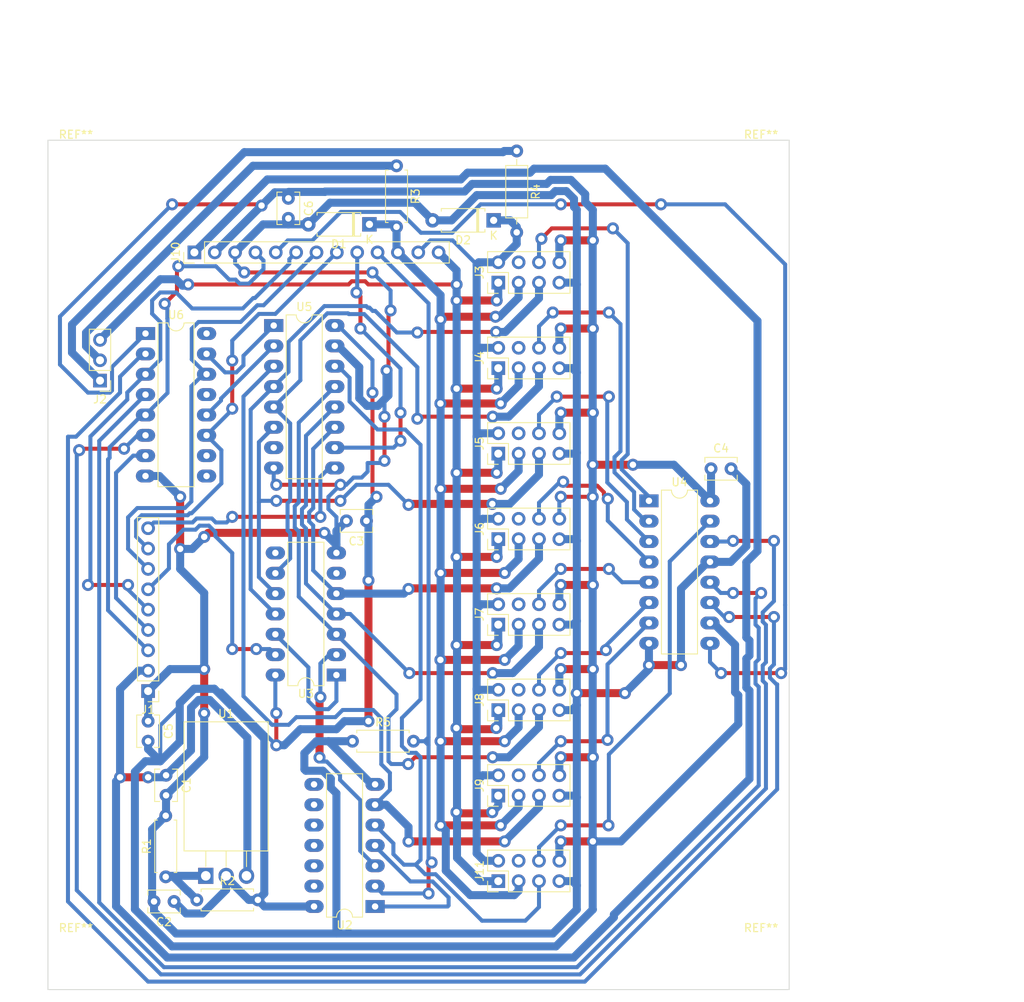
<source format=kicad_pcb>
(kicad_pcb (version 20211014) (generator pcbnew)

  (general
    (thickness 1.6)
  )

  (paper "A4")
  (layers
    (0 "F.Cu" signal)
    (31 "B.Cu" signal)
    (32 "B.Adhes" user "B.Adhesive")
    (33 "F.Adhes" user "F.Adhesive")
    (34 "B.Paste" user)
    (35 "F.Paste" user)
    (36 "B.SilkS" user "B.Silkscreen")
    (37 "F.SilkS" user "F.Silkscreen")
    (38 "B.Mask" user)
    (39 "F.Mask" user)
    (40 "Dwgs.User" user "User.Drawings")
    (41 "Cmts.User" user "User.Comments")
    (42 "Eco1.User" user "User.Eco1")
    (43 "Eco2.User" user "User.Eco2")
    (44 "Edge.Cuts" user)
    (45 "Margin" user)
    (46 "B.CrtYd" user "B.Courtyard")
    (47 "F.CrtYd" user "F.Courtyard")
    (48 "B.Fab" user)
    (49 "F.Fab" user)
    (50 "User.1" user)
    (51 "User.2" user)
    (52 "User.3" user)
    (53 "User.4" user)
    (54 "User.5" user)
    (55 "User.6" user)
    (56 "User.7" user)
    (57 "User.8" user)
    (58 "User.9" user)
  )

  (setup
    (stackup
      (layer "F.SilkS" (type "Top Silk Screen"))
      (layer "F.Paste" (type "Top Solder Paste"))
      (layer "F.Mask" (type "Top Solder Mask") (thickness 0.01))
      (layer "F.Cu" (type "copper") (thickness 0.035))
      (layer "dielectric 1" (type "core") (thickness 1.51) (material "FR4") (epsilon_r 4.5) (loss_tangent 0.02))
      (layer "B.Cu" (type "copper") (thickness 0.035))
      (layer "B.Mask" (type "Bottom Solder Mask") (thickness 0.01))
      (layer "B.Paste" (type "Bottom Solder Paste"))
      (layer "B.SilkS" (type "Bottom Silk Screen"))
      (copper_finish "None")
      (dielectric_constraints no)
    )
    (pad_to_mask_clearance 0)
    (pcbplotparams
      (layerselection 0x0001000_fffffffe)
      (disableapertmacros false)
      (usegerberextensions false)
      (usegerberattributes true)
      (usegerberadvancedattributes true)
      (creategerberjobfile true)
      (svguseinch false)
      (svgprecision 6)
      (excludeedgelayer true)
      (plotframeref false)
      (viasonmask false)
      (mode 1)
      (useauxorigin false)
      (hpglpennumber 1)
      (hpglpenspeed 20)
      (hpglpendiameter 15.000000)
      (dxfpolygonmode true)
      (dxfimperialunits true)
      (dxfusepcbnewfont true)
      (psnegative false)
      (psa4output false)
      (plotreference true)
      (plotvalue true)
      (plotinvisibletext false)
      (sketchpadsonfab false)
      (subtractmaskfromsilk false)
      (outputformat 1)
      (mirror false)
      (drillshape 0)
      (scaleselection 1)
      (outputdirectory "plot/")
    )
  )

  (net 0 "")
  (net 1 "+12V")
  (net 2 "GND")
  (net 3 "+3V3")
  (net 4 "SCK")
  (net 5 "MOSI")
  (net 6 "RCLK")
  (net 7 "SER")
  (net 8 "IRQ")
  (net 9 "MISO")
  (net 10 "unconnected-(J3-Pad4)")
  (net 11 "IRQ0")
  (net 12 "CE0")
  (net 13 "unconnected-(J4-Pad4)")
  (net 14 "IRQ1")
  (net 15 "CE1")
  (net 16 "unconnected-(J5-Pad4)")
  (net 17 "IRQ2")
  (net 18 "CE2")
  (net 19 "unconnected-(J6-Pad4)")
  (net 20 "IRQ3")
  (net 21 "CE3")
  (net 22 "unconnected-(J7-Pad4)")
  (net 23 "IRQ4")
  (net 24 "CE4")
  (net 25 "unconnected-(J8-Pad4)")
  (net 26 "IRQ5")
  (net 27 "CE5")
  (net 28 "unconnected-(J9-Pad4)")
  (net 29 "IRQ6")
  (net 30 "CE6")
  (net 31 "Net-(R1-Pad1)")
  (net 32 "Net-(U3-Pad1)")
  (net 33 "SRCLK")
  (net 34 "unconnected-(U5-Pad7)")
  (net 35 "Net-(U4-Pad11)")
  (net 36 "Net-(U4-Pad12)")
  (net 37 "Net-(U4-Pad14)")
  (net 38 "Net-(U5-Pad1)")
  (net 39 "CP")
  (net 40 "PL")
  (net 41 "SERO")
  (net 42 "IRQIN")
  (net 43 "unconnected-(J11-Pad4)")
  (net 44 "IRQ7")
  (net 45 "CE7")
  (net 46 "Net-(U2-Pad1)")
  (net 47 "Net-(U5-Pad2)")
  (net 48 "Net-(U2-Pad3)")
  (net 49 "Net-(R4-Pad1)")
  (net 50 "Net-(R3-Pad1)")
  (net 51 "DS")
  (net 52 "QH")

  (footprint "MountingHole:MountingHole_3.2mm_M3" (layer "F.Cu") (at 138.5 141.5))

  (footprint "MountingHole:MountingHole_3.2mm_M3" (layer "F.Cu") (at 224 141.5))

  (footprint "Capacitor_THT:C_Disc_D3.8mm_W2.6mm_P2.50mm" (layer "F.Cu") (at 165 46.25 -90))

  (footprint "Capacitor_THT:C_Disc_D3.8mm_W2.6mm_P2.50mm" (layer "F.Cu") (at 150.739511 134.000489 180))

  (footprint "Capacitor_THT:C_Disc_D3.8mm_W2.6mm_P2.50mm" (layer "F.Cu") (at 174.75 86.5 180))

  (footprint "Diode_THT:D_A-405_P7.62mm_Horizontal" (layer "F.Cu") (at 190.62 49 180))

  (footprint "Connector_PinHeader_2.54mm:PinHeader_2x04_P2.54mm_Vertical" (layer "F.Cu") (at 191.2 67.444285 90))

  (footprint "Package_DIP:DIP-16_W7.62mm_LongPads" (layer "F.Cu") (at 147.175 63.125))

  (footprint "Connector_PinHeader_2.54mm:PinHeader_2x04_P2.54mm_Vertical" (layer "F.Cu") (at 191.2 88.782855 90))

  (footprint "Capacitor_THT:C_Disc_D3.8mm_W2.6mm_P2.50mm" (layer "F.Cu") (at 147.5 111.5 -90))

  (footprint "Diode_THT:D_A-405_P7.62mm_Horizontal" (layer "F.Cu") (at 175.12 49.5 180))

  (footprint "Package_DIP:DIP-14_W7.62mm_LongPads" (layer "F.Cu") (at 175.825 134.625 180))

  (footprint "Capacitor_THT:C_Disc_D3.8mm_W2.6mm_P2.50mm" (layer "F.Cu") (at 149.739511 118.250489 -90))

  (footprint "Resistor_THT:R_Axial_DIN0207_L6.3mm_D2.5mm_P7.62mm_Horizontal" (layer "F.Cu") (at 173 114))

  (footprint "Connector_PinHeader_2.54mm:PinHeader_2x04_P2.54mm_Vertical" (layer "F.Cu") (at 191.2 110.121425 90))

  (footprint "Connector_PinHeader_2.54mm:PinHeader_2x04_P2.54mm_Vertical" (layer "F.Cu") (at 191.2 131.46 90))

  (footprint "Resistor_THT:R_Axial_DIN0207_L6.3mm_D2.5mm_P7.62mm_Horizontal" (layer "F.Cu") (at 149.699511 130.920489 90))

  (footprint "Capacitor_THT:C_Disc_D3.8mm_W2.6mm_P2.50mm" (layer "F.Cu") (at 217.75 80))

  (footprint "Connector_PinHeader_2.54mm:PinHeader_2x04_P2.54mm_Vertical" (layer "F.Cu") (at 191.2 120.79071 90))

  (footprint "Connector_PinHeader_2.54mm:PinHeader_2x04_P2.54mm_Vertical" (layer "F.Cu") (at 191.2 78.11357 90))

  (footprint "Connector_PinHeader_2.54mm:PinHeader_1x03_P2.54mm_Vertical" (layer "F.Cu") (at 141.5 69 180))

  (footprint "Resistor_THT:R_Axial_DIN0207_L6.3mm_D2.5mm_P10.16mm_Horizontal" (layer "F.Cu") (at 193.5 40.34 -90))

  (footprint "Package_TO_SOT_THT:TO-220F-3_Horizontal_TabDown" (layer "F.Cu") (at 154.699511 130.800489))

  (footprint "Connector_PinHeader_2.54mm:PinHeader_2x04_P2.54mm_Vertical" (layer "F.Cu") (at 191.2 56.775 90))

  (footprint "Connector_PinHeader_2.54mm:PinHeader_1x13_P2.54mm_Vertical" (layer "F.Cu") (at 153.275 53 90))

  (footprint "Connector_PinHeader_2.54mm:PinHeader_1x09_P2.54mm_Vertical" (layer "F.Cu") (at 147.5 107.74 180))

  (footprint "Package_DIP:DIP-16_W7.62mm_LongPads" (layer "F.Cu") (at 163.175 62.125))

  (footprint "MountingHole:MountingHole_3.2mm_M3" (layer "F.Cu") (at 224 42.5))

  (footprint "Resistor_THT:R_Axial_DIN0207_L6.3mm_D2.5mm_P7.62mm_Horizontal" (layer "F.Cu") (at 178.5 42.19 -90))

  (footprint "Package_DIP:DIP-14_W7.62mm_LongPads" (layer "F.Cu") (at 171 105.74 180))

  (footprint "Package_DIP:DIP-16_W7.62mm_LongPads" (layer "F.Cu") (at 210 84))

  (footprint "Connector_PinHeader_2.54mm:PinHeader_2x04_P2.54mm_Vertical" (layer "F.Cu") (at 191.2 99.45214 90))

  (footprint "Resistor_THT:R_Axial_DIN0207_L6.3mm_D2.5mm_P7.62mm_Horizontal" (layer "F.Cu") (at 153.579511 133.800489))

  (footprint "MountingHole:MountingHole_3.2mm_M3" (layer "F.Cu") (at 138.5 42.5))

  (gr_line (start 149 42.5) (end 149 100) (layer "Cmts.User") (width 0.15) (tstamp bb6590cf-559c-460d-a19a-06167cf57fbd))
  (gr_line (start 227.5 39) (end 135 39) (layer "Edge.Cuts") (width 0.1) (tstamp 205a0787-3dab-45ec-bfb4-c1ba8132f338))
  (gr_line (start 135 145) (end 227.5 145) (layer "Edge.Cuts") (width 0.1) (tstamp 362c028b-07ce-4e5a-ba1c-d1556d283606))
  (gr_line (start 227.5 145) (end 227.5 39) (layer "Edge.Cuts") (width 0.1) (tstamp d33b1a66-cb28-4d32-ae25-cd61852b2a8d))
  (gr_line (start 135 39) (end 135 145) (layer "Edge.Cuts") (width 0.1) (tstamp e2fb0a9b-b18a-4376-952b-a714d1926918))
  (dimension (type aligned) (layer "Cmts.User") (tstamp 123c662a-ddab-4cfd-a2de-59a698b01d23)
    (pts (xy 224 42.5) (xy 224 39.05))
    (height 29.5)
    (gr_text "3.4500 mm" (at 252.35 40.775 90) (layer "Cmts.User") (tstamp 2effbe26-8c10-4d8c-86f4-40ee7d8a6192)
      (effects (font (size 1 1) (thickness 0.15)))
    )
    (format (units 3) (units_format 1) (precision 4))
    (style (thickness 0.15) (arrow_length 1.27) (text_position_mode 0) (extension_height 0.58642) (extension_offset 0.5) keep_text_aligned)
  )
  (dimension (type aligned) (layer "Cmts.User") (tstamp 1faa30ae-e585-486a-96ea-74aa29d3d82d)
    (pts (xy 224 42.5) (xy 149 42.5))
    (height 8.5)
    (gr_text "75.0000 mm" (at 186.5 32.85) (layer "Cmts.User") (tstamp e9503c58-161d-407c-b46b-6e8f2877e45c)
      (effects (font (size 1 1) (thickness 0.15)))
    )
    (format (units 3) (units_format 1) (precision 4))
    (style (thickness 0.15) (arrow_length 1.27) (text_position_mode 0) (extension_height 0.58642) (extension_offset 0.5) keep_text_aligned)
  )
  (dimension (type aligned) (layer "Cmts.User") (tstamp 426cff2e-4878-47da-b951-8f09261439d8)
    (pts (xy 135 39) (xy 227.5 39))
    (height -14.5)
    (gr_text "92.5000 mm" (at 181.25 23.35) (layer "Cmts.User") (tstamp 426cff2e-4878-47da-b951-8f09261439d8)
      (effects (font (size 1 1) (thickness 0.15)))
    )
    (format (units 3) (units_format 1) (precision 4))
    (style (thickness 0.15) (arrow_length 1.27) (text_position_mode 0) (extension_height 0.58642) (extension_offset 0.5) keep_text_aligned)
  )
  (dimension (type aligned) (layer "Cmts.User") (tstamp 46195f87-c21a-447e-8f04-e27a12bea673)
    (pts (xy 220.55 42.5) (xy 227.2 42.5))
    (height -19)
    (gr_text "6.6500 mm" (at 223.875 22.35) (layer "Cmts.User") (tstamp ecc778b0-44d3-45d1-8cbb-0df28d4487d0)
      (effects (font (size 1 1) (thickness 0.15)))
    )
    (format (units 3) (units_format 1) (precision 4))
    (style (thickness 0.15) (arrow_length 1.27) (text_position_mode 0) (extension_height 0.58642) (extension_offset 0.5) keep_text_aligned)
  )
  (dimension (type aligned) (layer "Cmts.User") (tstamp 6f62927a-ad11-4796-85ad-140241fa6701)
    (pts (xy 224 141.5) (xy 224 42.5))
    (height 18)
    (gr_text "99.0000 mm" (at 240.85 92 90) (layer "Cmts.User") (tstamp 4206776b-a21a-42be-96c5-a3905c3b073f)
      (effects (font (size 1 1) (thickness 0.15)))
    )
    (format (units 3) (units_format 1) (precision 4))
    (style (thickness 0.15) (arrow_length 1.27) (text_position_mode 0) (extension_height 0.58642) (extension_offset 0.5) keep_text_aligned)
  )
  (dimension (type aligned) (layer "Cmts.User") (tstamp a81a418e-43fd-4305-bb49-8463bc666f4f)
    (pts (xy 138.5 42.5) (xy 224 42.5))
    (height -14)
    (gr_text "85.5000 mm" (at 181.25 27.35) (layer "Cmts.User") (tstamp 561663fa-f82a-4a1a-a33a-272b6f7b08b7)
      (effects (font (size 1 1) (thickness 0.15)))
    )
    (format (units 3) (units_format 1) (precision 4))
    (style (thickness 0.15) (arrow_length 1.27) (text_position_mode 0) (extension_height 0.58642) (extension_offset 0.5) keep_text_aligned)
  )
  (dimension (type aligned) (layer "Cmts.User") (tstamp d27f9bbb-d2fb-43d9-83a2-0e72dbeec1a6)
    (pts (xy 227.5 145) (xy 227.5 39))
    (height 21.5)
    (gr_text "106.0000 mm" (at 247.85 92 90) (layer "Cmts.User") (tstamp d27f9bbb-d2fb-43d9-83a2-0e72dbeec1a6)
      (effects (font (size 1 1) (thickness 0.15)))
    )
    (format (units 3) (units_format 1) (precision 4))
    (style (thickness 0.15) (arrow_length 1.27) (text_position_mode 0) (extension_height 0.58642) (extension_offset 0.5) keep_text_aligned)
  )

  (segment (start 144 118.5) (end 147.5 118.5) (width 1) (layer "F.Cu") (net 1) (tstamp 8abf06ee-9104-401e-b4b3-6cd170b8bb97))
  (via (at 147.5 118.5) (size 1.5) (drill 0.8) (layers "F.Cu" "B.Cu") (net 1) (tstamp 62c76433-c473-4a1d-aeac-13e386925728))
  (via (at 144 118.5) (size 1.5) (drill 0.8) (layers "F.Cu" "B.Cu") (net 1) (tstamp 6c52c6c7-b8b4-4de9-98e0-51bd0b665383))
  (segment (start 144 107.497919) (end 144 118.5) (width 1) (layer "B.Cu") (net 1) (tstamp 001b2fd7-b972-4153-be0b-146506c3957d))
  (segment (start 223.549012 90.262943) (end 222.149501 91.662454) (width 1) (layer "B.Cu") (net 1) (tstamp 0cfc9237-ec10-4514-a708-37c79632ded5))
  (segment (start 187.364464 43.051467) (end 195.157369 43.051467) (width 1) (layer "B.Cu") (net 1) (tstamp 1fad75c3-35c7-41ad-aa7e-668dd66da354))
  (segment (start 205.624354 135.977892) (end 200.602246 141) (width 1) (layer "B.Cu") (net 1) (tstamp 227a50a6-d731-4a83-9ab2-8c5991a0c161))
  (segment (start 204.551477 42.551477) (end 223.549012 61.549012) (width 1) (layer "B.Cu") (net 1) (tstamp 2503e7b4-d7a6-4f9e-a07e-f892ddf20fcb))
  (segment (start 200.602246 141) (end 149.897754 141) (width 1) (layer "B.Cu") (net 1) (tstamp 321dee2b-3852-4d17-b516-29fdd6b096d0))
  (segment (start 186.526419 43.889511) (end 187.364464 43.051467) (width 1) (layer "B.Cu") (net 1) (tstamp 3ee63b3b-564f-48d4-8a87-715174b0c7a3))
  (segment (start 222.151967 107.301015) (end 222.549022 107.69807) (width 1) (layer "B.Cu") (net 1) (tstamp 45725f69-71c1-4ac0-8891-4f5861815e94))
  (segment (start 153.816753 108.850499) (end 155.183247 108.850499) (width 1) (layer "B.Cu") (net 1) (tstamp 4979cdee-5106-4b9c-895e-aeffddd9de68))
  (segment (start 159.889032 113.556284) (end 159.889032 130.690968) (width 1) (layer "B.Cu") (net 1) (tstamp 5a89eb51-f5fb-426b-bb57-e91ef47a4df6))
  (segment (start 222.549022 118.699686) (end 205.624354 135.624354) (width 1) (layer "B.Cu") (net 1) (tstamp 699674ba-fc74-49b8-9378-816595ab081f))
  (segment (start 162.385489 43.889511) (end 186.526419 43.889511) (width 1) (layer "B.Cu") (net 1) (tstamp 6ce929e4-64ce-4a75-b6ca-032feed31025))
  (segment (start 149.49 118.5) (end 149.739511 118.250489) (width 1) (layer "B.Cu") (net 1) (tstamp 71a72237-9920-4dfd-ad3d-6d5b045f8eec))
  (segment (start 222.151967 103.698985) (end 222.151967 107.301015) (width 1) (layer "B.Cu") (net 1) (tstamp 7b4caffa-10b7-4487-ad77-ce95d48802a9))
  (segment (start 143.5 134.602246) (end 143.5 119) (width 1) (layer "B.Cu") (net 1) (tstamp 7e466518-fb86-42c6-99c8-3ed2aa7b03c4))
  (segment (start 222.149501 101.044639) (end 222.549022 101.444161) (width 1) (layer "B.Cu") (net 1) (tstamp 7f5a3df4-27e9-43f7-a108-77787760be5c))
  (segment (start 147.5 105.2) (end 146.297919 105.2) (width 1) (layer "B.Cu") (net 1) (tstamp 8aac4662-fba1-457c-8227-10921abcaffb))
  (segment (start 147.5 118.5) (end 149.49 118.5) (width 1) (layer "B.Cu") (net 1) (tstamp 905636ef-8337-42e7-907a-389267f69714))
  (segment (start 146.297919 105.2) (end 144 107.497919) (width 1) (layer "B.Cu") (net 1) (tstamp 910ac0cd-7fc5-4483-92f9-5925eae940af))
  (segment (start 205.624354 135.624354) (end 205.624354 135.977892) (width 1) (layer "B.Cu") (net 1) (tstamp 93c4feba-9c05-467f-9c66-acc83e4aaa8b))
  (segment (start 152.850499 115.139501) (end 152.850499 109.816753) (width 1) (layer "B.Cu") (net 1) (tstamp 98245522-2741-4743-a913-175f64b65924))
  (segment (start 222.549022 107.69807) (end 222.549022 118.699686) (width 1) (layer "B.Cu") (net 1) (tstamp 9b9a0ad4-7105-40c4-b50c-7c3f80e41fd2))
  (segment (start 143.5 119) (end 144 118.5) (width 1) (layer "B.Cu") (net 1) (tstamp ada7e53f-2dc1-4d9d-943c-f0282a99e337))
  (segment (start 223.549012 61.549012) (end 223.549012 90.262943) (width 1) (layer "B.Cu") (net 1) (tstamp b70262ac-cb36-4e02-a2ab-405b5f971321))
  (segment (start 155.183247 108.850499) (end 159.889032 113.556284) (width 1) (layer "B.Cu") (net 1) (tstamp b83a5805-9712-450a-af28-83b883638cde))
  (segment (start 149.739511 118.250489) (end 152.850499 115.139501) (width 1) (layer "B.Cu") (net 1) (tstamp bdd547b5-f494-4be4-bc20-b79a5ce01c76))
  (segment (start 222.549022 103.30193) (end 222.151967 103.698985) (width 1) (layer "B.Cu") (net 1) (tstamp c4e19974-f7d9-4f40-814d-17bb34af1fe7))
  (segment (start 153.275 53) (end 162.385489 43.889511) (width 1) (layer "B.Cu") (net 1) (tstamp cad424a9-1013-4ce0-a0b9-3bae2840e097))
  (segment (start 195.157369 43.051467) (end 195.657359 42.551477) (width 1) (layer "B.Cu") (net 1) (tstamp d36d78ca-7b71-41b1-84e5-b71851dfc4bb))
  (segment (start 222.149501 91.662454) (end 222.149501 101.044639) (width 1) (layer "B.Cu") (net 1) (tstamp d9851be8-0787-4511-aa56-63ce18af6c21))
  (segment (start 222.549022 101.444161) (end 222.549022 103.30193) (width 1) (layer "B.Cu") (net 1) (tstamp e867eacd-42b5-4281-9a03-bb7b89f81f12))
  (segment (start 152.850499 109.816753) (end 153.816753 108.850499) (width 1) (layer "B.Cu") (net 1) (tstamp ecd5b09a-e90b-4399-8798-28314ed13f58))
  (segment (start 149.897754 141) (end 143.5 134.602246) (width 1) (layer "B.Cu") (net 1) (tstamp ef764d63-6698-4a91-be1c-6b64e61f43eb))
  (segment (start 195.657359 42.551477) (end 204.551477 42.551477) (width 1) (layer "B.Cu") (net 1) (tstamp f242d660-bba8-4033-b0c1-6ce1c8057721))
  (segment (start 207 108) (end 201 108) (width 1) (layer "F.Cu") (net 2) (tstamp 01e633da-6ba7-4990-a769-314498f56050))
  (segment (start 177.5 60.5) (end 177.5 67.5) (width 0.5) (layer "F.Cu") (net 2) (tstamp 100c0140-681c-4584-a971-8564e43d9b24))
  (segment (start 177 79) (end 177 73.5) (width 0.5) (layer "F.Cu") (net 2) (tstamp 2b695bda-b981-447a-858e-e3ce02329f1d))
  (segment (start 169.5 88) (end 155 88) (width 1) (layer "F.Cu") (net 2) (tstamp 34c61dc2-e7b2-434c-8ab1-6ffeacee570c))
  (segment (start 154.5 110.5) (end 154.5 105) (width 1) (layer "F.Cu") (net 2) (tstamp 6e428ba1-8010-4814-b4be-268843889c56))
  (segment (start 163.5 82) (end 171.5 82) (width 0.5) (layer "F.Cu") (net 2) (tstamp 764ec1ef-cf4a-4447-b2d9-5fa8d3d632f1))
  (segment (start 151.5 90) (end 151.5 83.5) (width 1) (layer "F.Cu") (net 2) (tstamp 81ca20b2-3f56-4b5b-aa26-43ef51978710))
  (segment (start 159.5 55.5) (end 175.5 55.5) (width 0.5) (layer "F.Cu") (net 2) (tstamp 8da6ee31-0715-4827-8775-956a8c36261d))
  (segment (start 155 88) (end 154.5 88.5) (width 1) (layer "F.Cu") (net 2) (tstamp 925ff0f5-7205-43a1-85ad-492aacd5b8c9))
  (segment (start 177.5 67.5) (end 177.260404 67.739596) (width 0.5) (layer "F.Cu") (net 2) (tstamp d62c70e6-8a4e-4bbb-9c7e-46579c163122))
  (segment (start 177.761696 60.238304) (end 177.5 60.5) (width 0.5) (layer "F.Cu") (net 2) (tstamp d94eba0e-fd9d-40b5-a0bc-3db859b79602))
  (segment (start 214 104.5) (end 210 104.5) (width 1) (layer "F.Cu") (net 2) (tstamp f24646e4-84ed-4c30-b78f-30951c8139cf))
  (via (at 154.5 88.5) (size 1.5) (drill 0.8) (layers "F.Cu" "B.Cu") (net 2) (tstamp 067f3ffa-7db2-4bb6-93b7-690f051a5e6d))
  (via (at 207 108) (size 1.5) (drill 0.8) (layers "F.Cu" "B.Cu") (net 2) (tstamp 24a953a5-7148-4c1c-a771-e46c2d0d8992))
  (via (at 201 108) (size 1.5) (drill 0.8) (layers "F.Cu" "B.Cu") (net 2) (tstamp 2a10e643-a2e7-48cf-ae42-73a9f6b17b1f))
  (via (at 154.5 110.5) (size 1.5) (drill 0.8) (layers "F.Cu" "B.Cu") (net 2) (tstamp 2c9f7b3e-1b6b-4036-bf3d-74664f2efdb3))
  (via (at 159.5 55.5) (size 1.5) (drill 0.8) (layers "F.Cu" "B.Cu") (net 2) (tstamp 522935de-f498-412f-acc5-e0cca2c4faf3))
  (via (at 177.761696 60.238304) (size 1.5) (drill 0.8) (layers "F.Cu" "B.Cu") (net 2) (tstamp 53828392-cdb1-4db0-8883-54bd18766665))
  (via (at 214 104.5) (size 1.5) (drill 0.8) (layers "F.Cu" "B.Cu") (net 2) (tstamp 60e18fd9-8fcc-4d6e-a751-6f4666e187b5))
  (via (at 171.5 82) (size 1.5) (drill 0.8) (layers "F.Cu" "B.Cu") (net 2) (tstamp 666b24e2-9269-4bcd-8f68-75ce1f988741))
  (via (at 175.5 55.5) (size 1.5) (drill 0.8) (layers "F.Cu" "B.Cu") (net 2) (tstamp 8a2bc1a1-15e3-4052-b542-ef357d2b6242))
  (via (at 177 79) (size 1.5) (drill 0.8) (layers "F.Cu" "B.Cu") (net 2) (tstamp 9889a2e2-bcde-46d7-97de-fe5bdd3ea88f))
  (via (at 210 104.5) (size 1.5) (drill 0.8) (layers "F.Cu" "B.Cu") (net 2) (tstamp 9b5a8c16-2e58-45d0-b9b2-2de06ea20030))
  (via (at 154.5 105) (size 1.5) (drill 0.8) (layers "F.Cu" "B.Cu") (net 2) (tstamp a81faf94-662c-4fe5-b875-8140c65e6e1b))
  (via (at 151.5 83.5) (size 1.5) (drill 0.8) (layers "F.Cu" "B.Cu") (net 2) (tstamp ae72aa85-a1aa-4973-9089-9cf2a0af6ece))
  (via (at 177 73.5) (size 1.5) (drill 0.8) (layers "F.Cu" "B.Cu") (net 2) (tstamp bdadc0b1-e54b-4f6d-80ce-e853187c2daf))
  (via (at 169.5 88) (size 1.5) (drill 0.8) (layers "F.Cu" "B.Cu") (net 2) (tstamp c279d0dc-7b30-4087-b7d8-37f5130bd770))
  (via (at 151.5 90) (size 1.5) (drill 0.8) (layers "F.Cu" "B.Cu") (net 2) (tstamp c6e2f82d-60c8-4b88-acba-ef33ee875b8b))
  (via (at 163.5 82) (size 1.5) (drill 0.8) (layers "F.Cu" "B.Cu") (net 2) (tstamp ce121447-ba75-41d4-bd97-efebd24ccf50))
  (via (at 177.260404 67.739596) (size 1.5) (drill 0.8) (layers "F.Cu" "B.Cu") (net 2) (tstamp e70eaf64-9bbf-4388-ad3b-a8ea03a0de3e))
  (segment (start 170 83.5) (end 170 85.020806) (width 0.5) (layer "B.Cu") (net 2) (tstamp 009a7f6e-ee84-4a30-a86e-bb2a0ccd41f1))
  (segment (start 149.739511 120.750489) (end 149.739511 123.260489) (width 1) (layer "B.Cu") (net 2) (tstamp 059b7a11-9d80-4fa0-94db-686a3ad1c441))
  (segment (start 171 87.75) (end 172.25 86.5) (width 1) (layer "B.Cu") (net 2) (tstamp 05d3e063-3055-43cf-bc71-86bbb85f4af5))
  (segment (start 151.5 92.5) (end 151.5 90) (width 1) (layer "B.Cu") (net 2) (tstamp 084d52d3-5382-42e9-9f7b-64d3df2a01b6))
  (segment (start 170.199022 46.800978) (end 167.5 49.5) (width 1) (layer "B.Cu") (net 2) (tstamp 0af24dca-5b81-41bb-8d43-8dfebb0e964a))
  (segment (start 174.148217 81.100489) (end 174.89951 80.349196) (width 0.5) (layer "B.Cu") (net 2) (tstamp 0afac128-d58c-4534-871c-7769ef181117))
  (segment (start 177.5 67.979192) (end 177.260404 67.739596) (width 1) (layer "B.Cu") (net 2) (tstamp 0b35e2b4-615b-4b4a-9757-1a321d60a5ef))
  (segment (start 201 135) (end 201 132) (width 1) (layer "B.Cu") (net 2) (tstamp 0ffe8826-8486-428b-b5d0-5674e6eeb25b))
  (segment (start 171 86.020806) (end 171 90.5) (width 0.5) (layer "B.Cu") (net 2) (tstamp 1d1a2c74-cf36-495b-9ecd-c9b28780af7b))
  (segment (start 220.212748 91.62) (end 222.149501 89.683247) (width 1) (layer "B.Cu") (net 2) (tstamp 201afef2-27fc-4f9d-ac60-4bbe656c34b7))
  (segment (start 198.82 56.775) (end 200.775 56.775) (width 1) (layer "B.Cu") (net 2) (tstamp 245f2110-8393-4cc4-b066-1bba1cf993d7))
  (segment (start 214 94.976516) (end 214 104.5) (width 1) (layer "B.Cu") (net 2) (tstamp 25f9444f-3071-44ba-a938-f953d09184c0))
  (segment (start 201 121) (end 201 109.5) (width 1) (layer "B.Cu") (net 2) (tstamp 277dc9a7-c794-4bbc-af1d-cd2881ba0900))
  (segment (start 199.683247 45.350499) (end 200.649501 46.316753) (width 1) (layer "B.Cu") (net 2) (tstamp 2edee945-85f3-4a8f-8d77-abb936644fde))
  (segment (start 150.24 105) (end 147.5 107.74) (width 1) (layer "B.Cu") (net 2) (tstamp 33b5d5a8-9f27-4da7-868f-b1a6af220636))
  (segment (start 200.54786 99.45214) (end 201 99) (width 1) (layer "B.Cu") (net 2) (tstamp 34491174-252d-4fdd-aa96-baef32720206))
  (segment (start 171 138) (end 171 120.5) (width 1) (layer "B.Cu") (net 2) (tstamp 356fc892-eeee-4e30-870b-f9ddbec36f5a))
  (segment (start 154.5 105) (end 154.5 95.5) (width 1) (layer "B.Cu") (net 2) (tstamp 3e1f97bc-9fd0-454b-806d-dac0679aac1f))
  (segment (start 169.308964 117.68548) (end 167.18548 117.68548) (width 1) (layer "B.Cu") (net 2) (tstamp 3fe5354d-57f3-43a0-b51a-eeb61145555c))
  (segment (start 200.782855 88.782855) (end 201 89) (width 1) (layer "B.Cu") (net 2) (tstamp 40fad7fa-b917-4f4c-969d-a1a126725d0c))
  (segment (start 180.800978 46.800978) (end 170.199022 46.800978) (width 1) (layer "B.Cu") (net 2) (tstamp 413139f1-af10-4a12-9cf6-e729d0f389c7))
  (segment (start 200.649501 46.316753) (end 200.649501 47.316753) (width 1) (layer "B.Cu") (net 2) (tstamp 422e16d3-959c-430d-8c56-c7ed88c51c46))
  (segment (start 177 73.5) (end 177 68) (width 0.5) (layer "B.Cu") (net 2) (tstamp 449530bb-69ee-4721-92c9-539272a0eabc))
  (segment (start 170.020792 114) (end 173 114) (width 1) (layer "B.Cu") (net 2) (tstamp 44a7a028-5bae-40b7-a299-e882a7b2ef5f))
  (segment (start 171.5 82) (end 172.2279 82) (width 0.5) (layer "B.Cu") (net 2) (tstamp 45fbf37b-a4ab-483c-9d6b-39b7610ca8c5))
  (segment (start 183 49) (end 180.800978 46.800978) (width 1) (layer "B.Cu") (net 2) (tstamp 493c76d8-8397-4269-888e-021170ca276a))
  (segment (start 149.699511 123.300489) (end 148 125) (width 1) (layer "B.Cu") (net 2) (tstamp 4a00024b-abf6-4972-b5c4-7a7c74036e67))
  (segment (start 201 47.667252) (end 201 57) (width 1) (layer "B.Cu") (net 2) (tstamp 4c73d925-6c5e-47f5-985d-3a23a7b6c16a))
  (segment (start 200.775 56.775) (end 201 57) (width 1) (layer "B.Cu") (net 2) (tstamp 4f7de622-ddcf-4510-9595-ed60f934fa4d))
  (segment (start 170.30452 118.681036) (end 169.308964 117.68548) (width 1) (layer "B.Cu") (net 2) (tstamp 52af527e-c663-43eb-be27-9a246144145a))
  (segment (start 154.5 115.99) (end 154.5 110.5) (width 1) (layer "B.Cu") (net 2) (tstamp 54543aff-a9a2-4cf6-896f-4580249e3c9b))
  (segment (start 200.649501 47.316753) (end 201 47.667252) (width 1) (layer "B.Cu") (net 2) (tstamp 54eb14f0-be5a-4d34-b92f-605b67af8c7b))
  (segment (start 172.2279 82) (end 173.127411 81.100489) (width 0.5) (layer "B.Cu") (net 2) (tstamp 57663253-bfba-4182-bc03-2803c3d11055))
  (segment (start 170.020792 114) (end 175.405792 119.385) (width 1) (layer "B.Cu") (net 2) (tstamp 58aa4663-9016-4db6-96e9-249d58fbea02))
  (segment (start 177.761696 57.761696) (end 177.761696 60.238304) (width 0.5) (layer "B.Cu") (net 2) (tstamp 5962edce-47c4-450e-88fe-97a058566946))
  (segment (start 167 117.5) (end 167 115.5) (width 1) (layer "B.Cu") (net 2) (tstamp 5cdb2f25-bc91-463b-8fc4-32973736118f))
  (segment (start 154.5 105) (end 150.24 105) (width 1) (layer "B.Cu") (net 2) (tstamp 604dce10-1767-4795-996b-e41c36004ad1))
  (segment (start 198 138) (end 201 135) (width 1) (layer "B.Cu") (net 2) (tstamp 636ba484-a22e-4ef7-90aa-787311cd3fcd))
  (segment (start 177 68) (end 177.260404 67.739596) (width 0.5) (layer "B.Cu") (net 2) (tstamp 6f7d6f40-83e8-4257-9c38-b8f665e51c37))
  (segment (start 148.905 80.905) (end 151.5 83.5) (width 1) (layer "B.Cu") (net 2) (tstamp 731bffc0-4113-4029-9a41-7374786cd0be))
  (segment (start 174.89951 79.281893) (end 176.718107 79.281893) (width 0.5) (layer "B.Cu") (net 2) (tstamp 7529a3c8-bb4e-4cc5-84fe-6da388bec70b))
  (segment (start 168.5 114) (end 170.020792 114) (width 1) (layer "B.Cu") (net 2) (tstamp 7877636c-c2a1-43da-beea-c9f65896f1b5))
  (segment (start 188.523857 45.850489) (end 197.816763 45.850489) (width 1) (layer "B.Cu") (net 2) (tstamp 78dccac7-0f6d-41a6-9682-1c8ce7956253))
  (segment (start 198.82 88.782855) (end 200.782855 88.782855) (width 1) (layer "B.Cu") (net 2) (tstamp 7a6f759b-7b54-4a17-8ef1-6592d85c3029))
  (segment (start 158.355 53) (end 158.355 54.355) (width 0.5) (layer "B.Cu") (net 2) (tstamp 7a992e10-9fd1-477d-b1c9-f025df151f02))
  (segment (start 222.149501 81.899501) (end 220.25 80) (width 1) (layer "B.Cu") (net 2) (tstamp 7cd815df-5e7e-4895-a989-ac4609afdc01))
  (segment (start 176.718107 79.281893) (end 177 79) (width 0.5) (layer "B.Cu") (net 2) (tstamp 7e046297-61bc-48c7-9935-0ce27358c36c))
  (segment (start 171 90.5) (end 171 87.75) (width 1) (layer "B.Cu") (net 2) (tstamp 7e8f7575-52eb-4435-9341-f5a9b4f1e047))
  (segment (start 177.5 70.832748) (end 177.5 67.979192) (width 1) (layer "B.Cu") (net 2) (tstamp 7efad3e8-17e0-4308-a889-428317d53bee))
  (segment (start 200.46 131.46) (end 201 132) (width 1) (layer "B.Cu") (net 2) (tstamp 80e17bb7-c446-4c03-bac8-140fc0e04d51))
  (segment (start 174.89951 80.349196) (end 174.89951 79.281893) (width 0.5) (layer "B.Cu") (net 2) (tstamp 834a1757-3dfa-414e-bd96-dc9843aa980a))
  (segment (start 201 78) (end 201 68) (width 1) (layer "B.Cu") (net 2) (tstamp 83ad1852-efdf-4bd8-92af-89570853385c))
  (segment (start 174.816753 72.149501) (end 176.183247 72.149501) (width 1) (layer "B.Cu") (net 2) (tstamp 8680d036-ae21-41c8-aa16-6dbf24842ca8))
  (segment (start 198.82 131.46) (end 200.46 131.46) (width 1) (layer "B.Cu") (net 2) (tstamp 86af9c81-f46a-4130-bff5-9486e8ef6b8f))
  (segment (start 153 90) (end 151.5 90) (width 1) (layer "B.Cu") (net 2) (tstamp 896e512e-4517-48df-90c2-5f7d59380ac1))
  (segment (start 198.82 110.121425) (end 200.378575 110.121425) (width 1) (layer "B.Cu") (net 2) (tstamp 8ad8d353-c2db-464b-9b4f-5514f20ed517))
  (segment (start 148.239511 134.000489) (end 148.239511 135.250489) (width 1) (layer "B.Cu") (net 2) (tstamp 8bbc922d-8ca4-4f95-bff7-45b7bbbb9c1d))
  (segment (start 201 68) (end 201 57) (width 1) (layer "B.Cu") (net 2) (tstamp 912b39f9-2b42-4949-b483-aabd79c151a4))
  (segment (start 148.239511 135.250489) (end 150.989022 138) (width 1) (layer "B.Cu") (net 2) (tstamp 94886eb3-ffba-49b3-a8b1-60a8d55fd255))
  (segment (start 175.5 55.5) (end 177.761696 57.761696) (width 0.5) (layer "B.Cu") (net 2) (tstamp 95a947b3-4879-498b-8bc1-85173f38163e))
  (segment (start 149.739511 120.750489) (end 154.5 115.99) (width 1) (layer "B.Cu") (net 2) (tstamp 9876637f-0123-46a2-bcdf-3b0062a6ec81))
  (segment (start 217.62 91.62) (end 220.212748 91.62) (width 1) (layer "B.Cu") (net 2) (tstamp 9a324ab4-21ca-41b9-af84-a0e7efe993de))
  (segment (start 167.5 49.5) (end 165 49.5) (width 1) (layer "B.Cu") (net 2) (tstamp 9e6ed5cc-10bd-4099-962a-4c87c344894b))
  (segment (start 173.850499 71.183247) (end 174.816753 72.149501) (width 1) (layer "B.Cu") (net 2) (tstamp 9f6f5ab4-86f1-4a54-bf57-a054e00173b2))
  (segment (start 201 109.5) (end 201 99) (width 1) (layer "B.Cu") (net 2) (tstamp 9f78d2c3-b455-4e52-a26b-910285ffb0c4))
  (segment (start 200.88643 78.11357) (end 201 78) (width 1) (layer "B.Cu") (net 2) (tstamp a0f345cb-177b-4297-9e0c-4cb9413d5ad4))
  (segment (start 210 101.78) (end 210 104.5) (width 1) (layer "B.Cu") (net 2) (tstamp a39ab685-b056-484c-bc2d-2833e45bd129))
  (segment (start 200.444285 67.444285) (end 201 68) (width 1) (layer "B.Cu") (net 2) (tstamp a3db5c85-b83c-4d1d-9171-be680024cb9c))
  (segment (start 183 49) (end 185.374346 49) (width 1) (layer "B.Cu") (net 2) (tstamp a3f922e5-0f65-44fe-8aff-3b0fc7e86b85))
  (segment (start 171 120.5) (end 170.30452 119.80452) (width 1) (layer "B.Cu") (net 2) (tstamp a748420c-9b43-4bca-96f5-f44050d1e769))
  (segment (start 171 89.5) (end 169.5 88) (width 1) (layer "B.Cu") (net 2) (tstamp a973c953-251b-4db1-b5c3-cacb5a3fd806))
  (segment (start 198.82 120.79071) (end 200.79071 120.79071) (width 1) (layer "B.Cu") (net 2) (tstamp abc44fa0-0ea5-4a7a-9917-4dbdf4bacfca))
  (segment (start 185.374346 49) (end 188.523857 45.850489) (width 1) (layer "B.Cu") (net 2) (tstamp ac712923-157c-43b8-8458-1e0566174c93))
  (segment (start 200.378575 110.121425) (end 201 109.5) (width 1) (layer "B.Cu") (net 2) (tstamp ad81bdff-d9e9-417c-bf40-759166c71bde))
  (segment (start 171 90.5) (end 171 89.5) (width 1) (layer "B.Cu") (net 2) (tstamp af43d676-f517-4535-aa8a-6fa57550a0ab))
  (segment (start 158.355 54.355) (end 159.5 55.5) (width 0.5) (layer "B.Cu") (net 2) (tstamp afa659a2-1847-4639-a1e5-7966e4c29a4c))
  (segment (start 161.855 49.5) (end 158.355 53) (width 1) (layer "B.Cu") (net 2) (tstamp b0f62460-a4d0-4625-8c7b-6ee3157a96c2))
  (segment (start 200.79071 120.79071) (end 201 121) (width 1) (layer "B.Cu") (net 2) (tstamp b8be7017-20bc-42bd-a5f2-b18ee70fb1f7))
  (segment (start 171 138) (end 198 138) (width 1) (layer "B.Cu") (net 2) (tstamp bf19a802-92d1-4ce4-9243-39d3a2ab5703))
  (segment (start 150.989022 138) (end 171 138) (width 1) (layer "B.Cu") (net 2) (tstamp bfd7a471-ef42-49a9-83ea-6e0eb37855d6))
  (segment (start 197.816763 45.850489) (end 198.316753 45.350499) (width 1) (layer "B.Cu") (net 2) (tstamp c24bba3c-56ee-4ded-8714-196d6ed539a0))
  (segment (start 198.82 78.11357) (end 200.88643 78.11357) (width 1) (layer "B.Cu") (net 2) (tstamp c301c703-5db1-436c-8922-ca2deb264273))
  (segment (start 198.316753 45.350499) (end 199.683247 45.350499) (width 1) (layer "B.Cu") (net 2) (tstamp c4fecd5e-99c6-4514-90a4-c892552594a4))
  (segment (start 154.5 88.5) (end 153 90) (width 1) (layer "B.Cu") (net 2) (tstamp c7f103d0-35df-4d58-b6a5-6272fd107d0c))
  (segment (start 201 89) (end 201 78) (width 1) (layer "B.Cu") (net 2) (tstamp c976b095-ba8d-462f-bfce-31d5048c62fb))
  (segment (start 198.82 67.444285) (end 200.444285 67.444285) (width 1) (layer "B.Cu") (net 2) (tstamp ca6a076e-0e1d-4ad1-b674-6e64e1cc6e59))
  (segment (start 171.5 82) (end 170 83.5) (width 0.5) (layer "B.Cu") (net 2) (tstamp cb11b4a1-86fe-4567-8ed6-1971a1c3c73d))
  (segment (start 165 49.5) (end 161.855 49.5) (width 1) (layer "B.Cu") (net 2) (tstamp d9bd8da7-bbbb-43d2-9216-619c4b52f3af))
  (segment (start 147.175 80.905) (end 148.905 80.905) (width 1) (layer "B.Cu") (net 2) (tstamp da9abe83-c6bb-4ae3-b419-3d2f93bae99c))
  (segment (start 170.30452 119.80452) (end 170.30452 118.681036) (width 1) (layer "B.Cu") (net 2) (tstamp dd64c999-3286-4bc9-b2fa-ed60e1a03391))
  (segment (start 210 104.5) (end 210 105) (width 1) (layer "B.Cu") (net 2) (tstamp df499536-4922-4120-8e72-c76a13859116))
  (segment (start 163.175 81.675) (end 163.5 82) (width 0.5) (layer "B.Cu") (net 2) (tstamp e1a76a36-2ee4-4c91-9184-80857ca29060))
  (segment (start 201 99) (end 201 89) (width 1) (layer "B.Cu") (net 2) (tstamp e1b29187-57b5-4117-be01-1595bde00fe9))
  (segment (start 167 115.5) (end 168.5 114) (width 1) (layer "B.Cu") (net 2) (tstamp e28329e7-5b2e-45b2-a042-5ed2178f0606))
  (segment (start 217.356516 91.62) (end 214 94.976516) (width 1) (layer "B.Cu") (net 2) (tstamp ea7168a0-955e-4f19-a2a6-cb0d1674e757))
  (segment (start 173.850499 67.320499) (end 173.850499 71.183247) (width 1) (layer "B.Cu") (net 2) (tstamp eff478bd-e33b-44ed-8896-3da328ad39c3))
  (segment (start 176.183247 72.149501) (end 177.5 70.832748) (width 1) (layer "B.Cu") (net 2) (tstamp f008c3f9-9ac7-4837-9e65-723995ac61d3))
  (segment (start 198.82 99.45214) (end 200.54786 99.45214) (width 1) (layer "B.Cu") (net 2) (tstamp f10b485f-7f48-45c9-945a-aa2d898f983c))
  (segment (start 165 48.75) (end 165 49.5) (width 1) (layer "B.Cu") (net 2) (tstamp f1ae2805-7545-46c3-955f-79c4c0661719))
  (segment (start 148 125) (end 148 133.760978) (width 1) (layer "B.Cu") (net 2) (tstamp f2e65894-aa71-4872-ae57-2bf69f382bcf))
  (segment (start 147.5 111.5) (end 147.5 107.74) (width 1) (layer "B.Cu") (net 2) (tstamp f4de922e-1ed4-4a54-ad17-0616b10abcaa))
  (segment (start 210 105) (end 207 108) (width 1) (layer "B.Cu") (net 2) (tstamp f7c4a5d5-0e71-4f60-843c-c72655f8b0b3))
  (segment (start 201 132) (end 201 121) (width 1) (layer "B.Cu") (net 2) (tstamp f89c5a71-6222-4d77-b5c6-df599e6553c7))
  (segment (start 222.149501 89.683247) (end 222.149501 81.899501) (width 1) (layer "B.Cu") (net 2) (tstamp f93e4b25-2eb3-4f5c-8cab-3848b8bb2d68))
  (segment (start 154.5 95.5) (end 151.5 92.5) (width 1) (layer "B.Cu") (net 2) (tstamp fb52aeb0-52cd-4e98-a9dc-8c8db4c5d072))
  (segment (start 171.195 64.665) (end 173.850499 67.320499) (width 1) (layer "B.Cu") (net 2) (tstamp fcb19cca-76f7-4e3f-b364-a8702239a939))
  (segment (start 173.127411 81.100489) (end 174.148217 81.100489) (width 0.5) (layer "B.Cu") (net 2) (tstamp fd64333c-d22d-49e6-8085-99aa2d7317bb))
  (segment (start 163.175 79.905) (end 163.175 81.675) (width 0.5) (layer "B.Cu") (net 2) (tstamp ff01e890-ce8d-4c79-afdb-97f69ae30882))
  (segment (start 148 133.760978) (end 148.239511 134.000489) (width 1) (layer "B.Cu") (net 2) (tstamp ff372d20-9335-461d-a8ae-a9cff4e80bc8))
  (segment (start 170 85.020806) (end 171 86.020806) (width 0.5) (layer "B.Cu") (net 2) (tstamp ffc4f481-b7de-4a2a-b79d-47df449f2334))
  (segment (start 167.18548 117.68548) (end 167 117.5) (width 1) (layer "B.Cu") (net 2) (tstamp ffd6c875-5b43-42a7-89b0-d5bb7966ee7b))
  (segment (start 208 79.5) (end 203 79.5) (width 1) (layer "F.Cu") (net 3) (tstamp 2f0d5ed0-03c1-4da5-a68f-d83b8ad3f396))
  (segment (start 199 62.5) (end 203 62.5) (width 1) (layer "F.Cu") (net 3) (tstamp 4dfbfef2-8463-4e0c-9359-7618cfb737d8))
  (segment (start 199 105) (end 203 105) (width 1) (layer "F.Cu") (net 3) (tstamp 52877a08-fbcb-4835-9f45-c3cd3af090c2))
  (segment (start 199 73) (end 203 73) (width 1) (layer "F.Cu") (net 3) (tstamp 5cf83322-4577-4af2-8d49-c9f5056c4e7b))
  (segment (start 175.5 70.5) (end 175.5 83) (width 0.5) (layer "F.Cu") (net 3) (tstamp 6e1c4e31-5cff-4735-9515-a90c2fb5388f))
  (segment (start 199 126.5) (end 203 126.5) (width 1) (layer "F.Cu") (net 3) (tstamp 726b5f5a-1e13-4862-8746-9723193db6d1))
  (segment (start 163.5 110.5) (end 163.5 114.5) (width 0.5) (layer "F.Cu") (net 3) (tstamp 7a32ce00-4e0c-400e-8139-e24e4d821898))
  (segment (start 175 111.5) (end 175 93.9305) (width 1) (layer "F.Cu") (net 3) (tstamp 806b498d-8b13-497d-9a41-44fa540eb726))
  (segment (start 202.961806 83.5) (end 202.980903 83.519097) (width 0.5) (layer "F.Cu") (net 3) (tstamp ab734da7-749c-4c95-abc5-99d10e3105bf))
  (segment (start 199 51.5) (end 203 51.5) (width 1) (layer "F.Cu") (net 3) (tstamp aeba30e0-b502-40df-8e70-0a1c2e5cc36f))
  (segment (start 161.5 47) (end 161.6575 47.1575) (width 0.5) (layer "F.Cu") (net 3) (tstamp ca5b1ee6-696d-4c0c-b766-b9f2621474b4))
  (segment (start 150.5 47) (end 161.5 47) (width 0.5) (layer "F.Cu") (net 3) (tstamp d7300a07-0dab-4fb7-b596-e74a6daef6bb))
  (segment (start 175.5 83) (end 176 83.5) (width 0.5) (layer "F.Cu") (net 3) (tstamp db9a3dff-1386-4f1d-a07a-a8bd95927c88))
  (segment (start 203 79.5) (end 202.980903 79.480903) (width 1) (layer "F.Cu") (net 3) (tstamp ddc2dd29-17bb-410f-a078-a20439b576a9))
  (segment (start 199 116) (end 203 116) (width 1) (layer "F.Cu") (net 3) (tstamp ddd8185d-ee23-48aa-93d6-fbb2708e13b8))
  (segment (start 199 94.5) (end 203 94.5) (width 1) (layer "F.Cu") (net 3) (tstamp de4c2eab-0ddc-42fc-8977-6699663127bd))
  (segment (start 199 83.5) (end 202.961806 83.5) (width 0.5) (layer "F.Cu") (net 3) (tstamp f337e6f3-1eb2-4eaa-9c11-6b00e733382d))
  (via (at 208 79.5) (size 1.5) (drill 0.8) (layers "F.Cu" "B.Cu") (net 3) (tstamp 046286bf-c027-4aa0-bdd0-61537b09115b))
  (via (at 175.5 70.5) (size 1.5) (drill 0.8) (layers "F.Cu" "B.Cu") (net 3) (tstamp 200d37ab-f745-4f49-87b4-998c55c4f4b7))
  (via (at 199 126.5) (size 1.5) (drill 0.8) (layers "F.Cu" "B.Cu") (net 3) (tstamp 216e6fae-2039-4758-a61d-10dd03ca6b39))
  (via (at 203 51.5) (size 1.5) (drill 0.8) (layers "F.Cu" "B.Cu") (net 3) (tstamp 21eabf7b-4cbd-4eca-8fe2-42b46decf689))
  (via (at 199 62.5) (size 1.5) (drill 0.8) (layers "F.Cu" "B.Cu") (net 3) (tstamp 372688ab-cb7c-45dc-b2f3-93b4051437f9))
  (via (at 175 93.9305) (size 1.5) (drill 0.8) (layers "F.Cu" "B.Cu") (net 3) (tstamp 3b65191e-869b-46cb-9d5b-0fa0108f9194))
  (via (at 199 94.5) (size 1.5) (drill 0.8) (layers "F.Cu" "B.Cu") (net 3) (tstamp 52f0b976-05dc-4739-92fc-269cd5b5e6d9))
  (via (at 203 126.5) (size 1.5) (drill 0.8) (layers "F.Cu" "B.Cu") (net 3) (tstamp 66acbccb-c54e-457c-92db-201b159a2b53))
  (via (at 199 83.5) (size 1.5) (drill 0.8) (layers "F.Cu" "B.Cu") (net 3) (tstamp 6c240b32-521f-49c8-b192-c9ee704b9a5c))
  (via (at 163.5 114.5) (size 1.5) (drill 0.8) (layers "F.Cu" "B.Cu") (net 3) (tstamp 86844359-f088-4ba1-8d08-5f8185b9c6b7))
  (via (at 203 94.5) (size 1.5) (drill 0.8) (layers "F.Cu" "B.Cu") (net 3) (tstamp 886bcb3d-4d85-4a64-be45-b2e75b429e5b))
  (via (at 199 51.5) (size 1.5) (drill 0.8) (layers "F.Cu" "B.Cu") (net 3) (tstamp 9107907e-a83b-4f68-99ad-49a510056c2b))
  (via (at 150.5 47) (size 1.5) (drill 0.8) (layers "F.Cu" "B.Cu") (net 3) (tstamp 969540c3-8845-487d-aa66-2f34ad3780e5))
  (via (at 202.980903 83.519097) (size 1.5) (drill 0.8) (layers "F.Cu" "B.Cu") (net 3) (tstamp 9b35bf81-1fe0-4167-91cf-1381026c70d8))
  (via (at 176 83.5) (size 1.5) (drill 0.8) (layers "F.Cu" "B.Cu") (net 3) (tstamp 9c24be8f-3d5a-456c-9942-a637f556bb66))
  (via (at 163.5 110.5) (size 1.5) (drill 0.8) (layers "F.Cu" "B.Cu") (net 3) (tstamp a0915116-c764-436b-86eb-100bd110fb84))
  (via (at 203 73) (size 1.5) (drill 0.8) (layers "F.Cu" "B.Cu") (net 3) (tstamp a9006edc-bcea-4c29-99c7-3c9ae6670b9f))
  (via (at 175 111.5) (size 1.5) (drill 0.8) (layers "F.Cu" "B.Cu") (net 3) (tstamp b1838d31-31fb-48d8-9e59-2eb67e9cea9c))
  (via (at 203 62.5) (size 1.5) (drill 0.8) (layers "F.Cu" "B.Cu") (net 3) (tstamp b3904194-e416-4840-9305-e0a026c5cd93))
  (via (at 202.980903 79.480903) (size 1.5) (drill 0.8) (layers "F.Cu" "B.Cu") (net 3) (tstamp c4e79a4d-00c2-4aa9-b7b0-07b66b76bc78))
  (via (at 199 73) (size 1.5) (drill 0.8) (layers "F.Cu" "B.Cu") (net 3) (tstamp c71a4040-a09b-40af-aa01-8e23d4723f66))
  (via (at 199 105) (size 1.5) (drill 0.8) (layers "F.Cu" "B.Cu") (net 3) (tstamp d8156b94-20b0-4855-8018-a3548bacc592))
  (via (at 203 116) (size 1.5) (drill 0.8) (layers "F.Cu" "B.Cu") (net 3) (tstamp e074ccf4-ead7-43c5-8afc-65e6a207d871))
  (via (at 203 105) (size 1.5) (drill 0.8) (layers "F.Cu" "B.Cu") (net 3) (tstamp e3f06a91-cf69-41dd-bdc9-c0417e632a0b))
  (via (at 199 116) (size 1.5) (drill 0.8) (layers "F.Cu" "B.Cu") (net 3) (tstamp f3524d70-c8a5-41cb-b224-53b5548af124))
  (via (at 161.6575 47.1575) (size 1.5) (drill 0.8) (layers "F.Cu" "B.Cu") (net 3) (tstamp fa535b7b-c616-4c51-b34e-c8ffb0ecc98f))
  (segment (start 161.199511 133.800489) (end 160.068141 133.800489) (width 1) (layer "B.Cu") (net 3) (tstamp 01cbbc65-5f42-432e-85b9-aa56ceeda780))
  (segment (start 163.315 45.5) (end 155.815 53) (width 1) (layer "B.Cu") (net 3) (tstamp 01e38a52-ebbf-4414-bddb-303267df9ecd))
  (segment (start 198.82 107.581425) (end 198.82 105.18) (width 1) (layer "B.Cu") (net 3) (tstamp 02f65601-0eeb-476c-8e8c-b1754d8df906))
  (segment (start 168.205 134.625) (end 162.024022 134.625) (width 1) (layer "B.Cu") (net 3) (tstamp 07f9c168-3d60-4df5-b56b-a28550c5fc38))
  (segment (start 198.82 62.68) (end 199 62.5) (width 1) (layer "B.Cu") (net 3) (tstamp 0b9ada80-4097-41cc-9d10-8917f3787517))
  (segment (start 147.5 114) (end 147.5 114.979208) (width 1) (layer "B.Cu") (net 3) (tstamp 0c62dc61-efd5-4113-bc21-de63be07fe9e))
  (segment (start 213.12 79.5) (end 208 79.5) (width 1) (layer "B.Cu") (net 3) (tstamp 116dbe9f-1c0c-4470-b738-5782c60f6633))
  (segment (start 175 111.5) (end 172 111.5) (width 1) (layer "B.Cu") (net 3) (tstamp 12a60091-bc96-4ce8-960b-dc9b5603fd60))
  (segment (start 161.199511 133.800489) (end 161.99951 133.00049) (width 1) (layer "B.Cu") (net 3) (tstamp 166399fa-7bbb-4c9f-87a9-6c1fceca6279))
  (segment (start 161.99951 133.00049) (end 161.99951 113.687555) (width 1) (layer "B.Cu") (net 3) (tstamp 1a760dd7-acd7-4dfe-97f3-4ff59d31fd37))
  (segment (start 156.700988 107.700988) (end 153.34061 107.700988) (width 0.5) (layer "B.Cu") (net 3) (tstamp 2002bd62-b74a-4f08-adf6-3db454fef0c4))
  (segment (start 221.149511 111.850489) (end 206.5 126.5) (width 1) (layer "B.Cu") (net 3) (tstamp 203826ac-136b-4130-b430-10b523d80be2))
  (segment (start 162.024022 134.625) (end 161.199511 133.800489) (width 1) (layer "B.Cu") (net 3) (tstamp 2371e020-f053-4311-8d24-c4d7d2c8396e))
  (segment (start 198.82 128.92) (end 198.82 126.68) (width 1) (layer "B.Cu") (net 3) (tstamp 28aa6807-dd57-4f0b-b440-64ac297df085))
  (segment (start 136.5 66.999022) (end 136.5 61) (width 0.5) (layer "B.Cu") (net 3) (tstamp 29d1b603-08a9-4125-9a97-28094ac5da60))
  (segment (start 153.34061 107.700988) (end 149.020792 112.020806) (width 0.5) (layer "B.Cu") (net 3) (tstamp 2a0e3526-c215-44ac-b9dc-538b8418e7cb))
  (segment (start 198.82 51.68) (end 199 51.5) (width 1) (layer "B.Cu") (net 3) (tstamp 30078b4d-87f0-412e-b97a-63f399a4bc79))
  (segment (start 198.399511 139.600489) (end 203 135) (width 1) (layer "B.Cu") (net 3) (tstamp 3028ff7c-bf19-4565-b24b-7c868ce74655))
  (segment (start 149.020792 112.020806) (end 149.020792 116.5) (width 0.5) (layer "B.Cu") (net 3) (tstamp 34828dfd-1af8-485a-a530-4ce63a31fde4))
  (segment (start 202.049012 46.737057) (end 202.049012 45.737056) (width 1) (layer "B.Cu") (net 3) (tstamp 392e3923-ea60-433d-b773-45bb6d7d314d))
  (segment (start 142.728389 70.499511) (end 140.000489 70.499511) (width 0.5) (layer "B.Cu") (net 3) (tstamp 3e8d7ee1-20d8-4001-a2f1-ff54f4be6765))
  (segment (start 145.850499 134.973537) (end 150.477451 139.600489) (width 1) (layer "B.Cu") (net 3) (tstamp 4121342e-5100-48b5-a78b-ed5b9c9b295d))
  (segment (start 217.62 84) (end 213.12 79.5) (width 1) (layer "B.Cu") (net 3) (tstamp 4122b8d5-cbdd-4f2b-acfa-7e863d923b2d))
  (segment (start 161.99951 113.687555) (end 155.762943 107.450988) (width 1) (layer "B.Cu") (net 3) (tstamp 42b27b99-070a-47d4-85f7-d4b489a56c15))
  (segment (start 175 84.5) (end 175 93.9305) (width 1) (layer "B.Cu") (net 3) (tstamp 42ddd549-87cc-4c8f-a6c4-e6d9aea20459))
  (segment (start 203 135) (end 202.980903 134.980903) (width 1) (layer "B.Cu") (net 3) (tstamp 44a77aa3-670d-48be-891b-b03740d1a579))
  (segment (start 220.752456 107.880712) (end 221.149511 108.277766) (width 1) (layer "B.Cu") (net 3) (tstamp 44b55548-e7c1-4e94-8e98-97674912e67d))
  (segment (start 147.167252 116.5) (end 145.850499 117.816753) (width 1) (layer "B.Cu") (net 3) (tstamp 46d6ac60-b730-4895-bdc5-0bde7babdac9))
  (segment (start 218.02 99.24) (end 220.752456 101.972456) (width 1) (layer "B.Cu") (net 3) (tstamp 497547a7-eccd-4cb0-a456-c3323fadbc0d))
  (segment (start 165.049012 45.450988) (end 165 45.5) (width 1) (layer "B.Cu") (net 3) (tstamp 4e7dd327-b53d-4f03-b2eb-e8c4eca4aed4))
  (segment (start 155.762943 107.450988) (end 153.237056 107.450988) (width 1) (layer "B.Cu") (net 3) (tstamp 53f98d60-9aff-448e-845a-197d800f3b6a))
  (segment (start 163.38 110.38) (end 163.5 110.5) (width 0.5) (layer "B.Cu") (net 3) (tstamp 587f6a5a-ef8d-49b3-92c6-3270320b4a61))
  (segment (start 160.068141 133.800489) (end 157.239511 130.971859) (width 1) (layer "B.Cu") (net 3) (tstamp 5b9c9c39-dd11-4177-8354-be28841041fa))
  (segment (start 202.980903 83.519097) (end 202.980903 51.519097) (width 1) (layer "B.Cu") (net 3) (tstamp 6035b3b3-ac70-426b-865b-4450320b521f))
  (segment (start 198.82 116.18) (end 199 116) (width 1) (layer "B.Cu") (net 3) (tstamp 62fa75c6-1ead-4697-902e-26d3eac8a00f))
  (segment (start 197.237066 44.450978) (end 187.94416 44.450978) (width 1) (layer "B.Cu") (net 3) (tstamp 6305d2bf-513c-4c0d-be7c-78c67231f01d))
  (segment (start 220.752456 101.972456) (end 220.752456 107.880712) (width 1) (layer "B.Cu") (net 3) (tstamp 64016347-a31e-494b-808e-2877009334ca))
  (segment (start 198.82 54.235) (end 198.82 51.68) (width 1) (layer "B.Cu") (net 3) (tstamp 661fb1a1-afd0-4097-94d5-4ed866fd8af1))
  (segment (start 164.5 114.5) (end 166.5 112.5) (width 1) (layer "B.Cu") (net 3) (tstamp 68e06a93-0421-4715-8358-9d04a11c2b9a))
  (segment (start 151.450988 109.237057) (end 151.450988 114.069804) (width 1) (layer "B.Cu") (net 3) (tstamp 6c7ee7dc-59f3-494d-b6e5-8225f4908151))
  (segment (start 171.195 62.125) (end 175.5 66.43) (width 0.5) (layer "B.Cu") (net 3) (tstamp 73f9ce3b-74d0-4b6b-aaf0-39681b584dbb))
  (segment (start 197.737056 43.950988) (end 197.237066 44.450978) (width 1) (layer "B.Cu") (net 3) (tstamp 7531c952-bcc1-43f9-86c2-f80d248683a4))
  (segment (start 186.993671 45.401467) (end 169.619326 45.401467) (width 1) (layer "B.Cu") (net 3) (tstamp 76d2593f-ee1a-4746-a560-caeedf25310b))
  (segment (start 147.5 114.979208) (end 149.020792 116.5) (width 1) (layer "B.Cu") (net 3) (tstamp 7824ab93-3cce-4b10-ab77-ee4c0f742559))
  (segment (start 198.82 96.91214) (end 198.82 94.68) (width 1) (layer "B.Cu") (net 3) (tstamp 7826456a-712a-46ee-97b7-d7aac57c89f6))
  (segment (start 202.049012 45.737056) (end 200.262943 43.950988) (width 1) (layer "B.Cu") (net 3) (tstamp 7cf83893-f57d-4672-b65c-862ae7308d5d))
  (segment (start 187.94416 44.450978) (end 186.993671 45.401467) (width 1) (layer "B.Cu") (net 3) (tstamp 7ed9c1a3-6d1b-4164-b1b1-23edcfddf2de))
  (segment (start 140.000489 70.499511) (end 136.5 66.999022) (width 0.5) (layer "B.Cu") (net 3) (tstamp 7f82a670-c8b8-44bb-b194-3c18529e2e41))
  (segment (start 200.262943 43.950988) (end 197.737056 43.950988) (width 1) (layer "B.Cu") (net 3) (tstamp 832bc018-e492-44a1-86cb-5d12237ffec5))
  (segment (start 198.82 83.68) (end 199 83.5) (width 0.5) (layer "B.Cu") (net 3) (tstamp 83e3ded1-907f-4a3d-b4ee-f3a71605eb9d))
  (segment (start 165 45.5) (end 163.315 45.5) (width 1) (layer "B.Cu") (net 3) (tstamp 88463a86-af6d-425a-8433-8a3d3f459971))
  (segment (start 198.82 126.68) (end 199 126.5) (width 1) (layer "B.Cu") (net 3) (tstamp 8949d3ab-41f8-4a66-9a58-ec5e18bff274))
  (segment (start 203 47.688045) (end 202.049012 46.737057) (width 1) (layer "B.Cu") (net 3) (tstamp 8eea7fa0-1d79-4680-b040-9a95044d03a3))
  (segment (start 163.38 105.74) (end 163.38 110.38) (width 0.5) (layer "B.Cu") (net 3) (tstamp 951dffdc-d201-404f-ab1a-01411af21931))
  (segment (start 198.82 75.57357) (end 198.82 73.18) (width 1) (layer "B.Cu") (net 3) (tstamp 9ccdacce-020a-465f-b708-5283244a0325))
  (segment (start 150.477451 139.600489) (end 198.399511 139.600489) (width 1) (layer "B.Cu") (net 3) (tstamp 9ebf4ff9-8081-45e5-8ceb-e5673b74acae))
  (segment (start 157.239511 132.543962) (end 157.239511 130.800489) (width 1) (layer "B.Cu") (net 3) (tstamp a8570f08-7896-4616-a86d-14a9bdcfbc1e))
  (segment (start 154.283473 135.5) (end 157.239511 132.543962) (width 1) (layer "B.Cu") (net 3) (tstamp ad1511b9-7575-4c9b-9b87-0312767d2cdb))
  (segment (start 142.999511 70.228389) (end 142.728389 70.499511) (width 0.5) (layer "B.Cu") (net 3) (tstamp ae1ef76e-adaf-463c-a87d-b54eccd04c4a))
  (segment (start 221.149511 108.277766) (end 221.149511 111.850489) (width 1) (layer "B.Cu") (net 3) (tstamp b0103cf3-a41f-40ed-8609-0dfee853c526))
  (segment (start 151.450988 114.069804) (end 149.020792 116.5) (width 1) (layer "B.Cu") (net 3) (tstamp b8537f4b-8050-48c0-9db5-73653dd06e31))
  (segment (start 153.237056 107.450988) (end 151.450988 109.237057) (width 1) (layer "B.Cu") (net 3) (tstamp b89f419a-6243-4315-92c7-3b054b8b10e9))
  (segment (start 169.569805 45.450988) (end 165.049012 45.450988) (width 1) (layer "B.Cu") (net 3) (tstamp be32de6b-63df-4390-b9c4-a379a591c3e7))
  (segment (start 198.82 118.25071) (end 198.82 116.18) (width 1) (layer "B.Cu") (net 3) (tstamp c1703adb-92f3-4f82-a3af-15809c0b77b1))
  (segment (start 149.020792 116.5) (end 147.167252 116.5) (width 1) (layer "B.Cu") (net 3) (tstamp c387113d-9f44-4def-a535-93bc92bcb571))
  (segment (start 198.82 73.18) (end 199 73) (width 1) (layer "B.Cu") (net 3) (tstamp c6d0a157-645f-4ede-ab29-3d4ca86199ee))
  (segment (start 198.82 105.18) (end 199 105) (width 1) (layer "B.Cu") (net 3) (tstamp c936f65a-d93d-46d1-a6fe-dfa6f7a02cc4))
  (segment (start 142.999511 67.300489) (end 142.999511 70.228389) (width 0.5) (layer "B.Cu") (net 3) (tstamp cb5c91b4-4c43-418e-a636-c27ebabcf0f4))
  (segment (start 136.5 61) (end 150.5 47) (width 0.5) (layer "B.Cu") (net 3) (tstamp ce89fe41-857d-4eda-978a-97db0ca8cc36))
  (segment (start 165 46.25) (end 165 45.5) (width 1) (layer "B.Cu") (net 3) (tstamp d47c8df7-f8ea-4a14-a213-7a58de2f8bdf))
  (segment (start 150.739511 134.000489) (end 152.239022 135.5) (width 1) (layer "B.Cu") (net 3) (tstamp d6a3a84f-ac45-4f42-977c-53d24ca76e29))
  (segment (start 147.175 63.125) (end 142.999511 67.300489) (width 0.5) (layer "B.Cu") (net 3) (tstamp d71aed79-5957-4cde-ae07-a77cbdcf7f30))
  (segment (start 202.980903 51.519097) (end 203 51.5) (width 1) (layer "B.Cu") (net 3) (tstamp dc16bfd9-bfa4-4deb-b814-77cbb6345d7d))
  (segment (start 198.82 64.904285) (end 198.82 62.68) (width 1) (layer "B.Cu") (net 3) (tstamp de01f3bf-53f5-4784-aa1f-2e56011a3aa4))
  (segment (start 203 51.5) (end 203 47.688045) (width 1) (layer "B.Cu") (net 3) (tstamp e185f6c2-3cfa-4e30-8bed-15b952fb69f5))
  (segment (start 172 111.5) (end 171 112.5) (width 1) (layer "B.Cu") (net 3) (tstamp e73ce476-0280-4943-9cfa-fea8526b9d52))
  (segment (start 169.619326 45.401467) (end 169.569805 45.450988) (width 1) (layer "B.Cu") (net 3) (tstamp ea884475-1ae3-4eb9-82ec-8e7f02a9b46e))
  (segment (start 175.5 66.43) (end 175.5 70.5) (width 0.5) (layer "B.Cu") (net 3) (tstamp eaa2caef-680b-4407-9260-bd37963268d9))
  (segment (start 202.980903 134.980903) (end 202.980903 83.519097) (width 1) (layer "B.Cu") (net 3) (tstamp eaf873c7-7804-4857-ad2c-a5e329c63278))
  (segment (start 171 112.5) (end 166.5 112.5) (width 1) (layer "B.Cu") (net 3) (tstamp ebb427ab-8768-4ae9-840c-0756185cba4d))
  (segment (start 206.5 126.5) (end 203 126.5) (width 1) (layer "B.Cu") (net 3) (tstamp ebd64fb5-db79-49f0-b1db-773298b14233))
  (segment (start 198.82 94.68) (end 199 94.5) (width 1) (layer "B.Cu") (net 3) (tstamp ecec0f3d-c6a8-4856-b61f-d9267b5899e5))
  (segment (start 176 83.5) (end 175 84.5) (width 1) (layer "B.Cu") (net 3) (tstamp ef41f874-2d1c-4fd8-80d4-688cabb41658))
  (segment (start 217.75 80) (end 217.75 83.87) (width 1) (layer "B.Cu") (net 3) (tstamp efca7a67-02e5-4074-8220-c7fe4bf2e1d9))
  (segment (start 198.82 86.242855) (end 198.82 83.68) (width 0.5) (layer "B.Cu") (net 3) (tstamp f6fafc3b-d05c-4f45-b7ef-8dd713aabcc6))
  (segment (start 152.239022 135.5) (end 154.283473 135.5) (width 1) (layer "B.Cu") (net 3) (tstamp f81b2cae-e024-4837-a354-ce8c1f7b08f6))
  (segment (start 163.5 114.5) (end 156.700988 107.700988) (width 0.5) (layer "B.Cu") (net 3) (tstamp fb2d06f6-32df-479e-aeb5-931f47f66572))
  (segment (start 145.850499 117.816753) (end 145.850499 134.973537) (width 1) (layer "B.Cu") (net 3) (tstamp fb6a1c73-5ceb-419f-bd3c-3a58ae25533d))
  (segment (start 163.5 114.5) (end 164.5 114.5) (width 1) (layer "B.Cu") (net 3) (tstamp fc17b7fe-accc-45cb-a8da-815c61b4169a))
  (segment (start 191.5 82.5) (end 184 82.5) (width 1) (layer "F.Cu") (net 4) (tstamp 26e049d8-52f9-48f7-8b78-953e076e8db9))
  (segment (start 191.5 71.8505) (end 183.977215 71.8505) (width 1) (layer "F.Cu") (net 4) (tstamp 39071708-a140-4b95-8ca4-5f387a504c1c))
  (segment (start 191.5 124.5) (end 184 124.5) (width 1) (layer "F.Cu") (net 4) (tstamp 7cc7c0ff-0d4c-4049-88ed-fe45c7067502))
  (segment (start 192 93) (end 184 93) (width 1) (layer "F.Cu") (net 4) (tstamp 9cfab4c9-7dca-4a32-a8a9-47dd37ab043b))
  (segment (start 192 103.8505) (end 183.977215 103.8505) (width 1) (layer "F.Cu") (net 4) (tstamp a07258f7-9124-4d45-b740-932f112b5d26))
  (segment (start 184.323929 61.026571) (end 184 61.3505) (width 1) (layer "F.Cu") (net 4) (tstamp b6ad5a50-9e18-40e1-944d-f980532476cb))
  (segment (start 192 114) (end 184 114) (width 1) (layer "F.Cu") (net 4) (tstamp f5be7e92-14cf-42d9-93ad-294e63cbdef7))
  (segment (start 190.847384 61.026571) (end 184.323929 61.026571) (width 1) (layer "F.Cu") (net 4) (tstamp f6e3f9be-4eee-466b-af0b-a1c7db15b04d))
  (via locked (at 183.977215 103.8505) (size 1.5) (drill 0.8) (layers "F.Cu" "B.Cu") (net 4) (tstamp 13198af6-795f-4525-a1e3-2603a17e244b))
  (via (at 192 114) (size 1.5) (drill 0.8) (layers "F.Cu" "B.Cu") (net 4) (tstamp 181d73a8-5d63-4473-ad91-a464195a88dc))
  (via (at 190.847384 61.026571) (size 1.5) (drill 0.8) (layers "F.Cu" "B.Cu") (net 4) (tstamp 25a428a0-584f-4bf3-a813-2c3e10cca27d))
  (via locked (at 184 124.5) (size 1.5) (drill 0.8) (layers "F.Cu" "B.Cu") (net 4) (tstamp 2b07f398-8fcc-4fee-9de1-7df641339fb7))
  (via locked (at 184 61.3505) (size 1.5) (drill 0.8) (layers "F.Cu" "B.Cu") (net 4) (tstamp 3485f308-6583-4b03-9e42-8c53e50d940b))
  (via (at 192 93) (size 1.5) (drill 0.8) (layers "F.Cu" "B.Cu") (net 4) (tstamp 43aeae06-2c0d-4b58-a5f4-767bac5d0d98))
  (via (at 191.5 82.5) (size 1.5) (drill 0.8) (layers "F.Cu" "B.Cu") (net 4) (tstamp 5761d8a0-9134-42af-bcd4-fe24a5ca8ef8))
  (via locked (at 184 114) (size 1.5) (drill 0.8) (layers "F.Cu" "B.Cu") (net 4) (tstamp 5f27807e-d5a1-4a9a-8ac9-4b12243f1067))
  (via locked (at 183.977215 71.8505) (size 1.5) (drill 0.8) (layers "F.Cu" "B.Cu") (net 4) (tstamp 71ad67ea-e9c7-439e-847b-925c8548f95c))
  (via locked (at 184 93) (size 1.5) (drill 0.8) (layers "F.Cu" "B.Cu") (net 4) (tstamp 77d53453-9c9a-44e9-8e87-2851f919ced7))
  (via (at 191.5 71.8505) (size 1.5) (drill 0.8) (layers "F.Cu" "B.Cu") (net 4) (tstamp 87ecf2da-5b03-4e7e-9ff3-8966bda2608a))
  (via (at 191.5 124.5) (size 1.5) (drill 0.8) (layers "F.Cu" "B.Cu") (net 4) (tstamp 923585f7-8a4f-4340-8a63-5f12112ccf88))
  (via locked (at 184 82.5) (size 1.5) (drill 0.8) (layers "F.Cu" "B.Cu") (net 4) (tstamp eb79c0e5-d0b8-4bc5-ab6c-efe3d402f016))
  (via (at 192 103.8505) (size 1.5) (drill 0.8) (layers "F.Cu" "B.Cu") (net 4) (tstamp f9c54f45-d3cc-4c52-bdd8-a45a8a7ec3a4))
  (segment (start 191.339293 61.026571) (end 190.847384 61.026571) (width 1) (layer "B.Cu") (net 4) (tstamp 065ce853-48a0-4ab5-81a5-65844d6048c5))
  (segment (start 193.74 67.444285) (end 193.74 69.6105) (width 1) (layer "B.Cu") (net 4) (tstamp 16ddfbd2-1047-46c8-b05f-bb02928c7ef8))
  (segment (start 193.74 91.26) (end 192 93) (width 1) (layer "B.Cu") (net 4) (tstamp 1b834a68-92e3-4653-a938-fd377d89f0b4))
  (segment (start 184 61.3505) (end 184 62) (width 1) (layer "B.Cu") (net 4) (tstamp 29c8926a-6bb6-4770-9b38-02705990afd9))
  (segment (start 178.5 49.81) (end 178.5 52.825) (width 1) (layer "B.Cu") (net 4) (tstamp 370513c4-f24c-4cf2-acd2-506c8255130c))
  (segment (start 184 61.3505) (end 184 58.325) (width 1) (layer "B.Cu") (net 4) (tstamp 3726f99b-9d1c-4708-9e53-cdb02f00a839))
  (segment locked (start 184 124.5) (end 184 62) (width 1) (layer "B.Cu") (net 4) (tstamp 471d3ed0-710e-4d45-83f8-2c056aa785a3))
  (segment (start 193.74 80.26) (end 191.5 82.5) (width 1) (layer "B.Cu") (net 4) (tstamp 4b987aef-bdd5-4dce-8ca0-b256f44cef07))
  (segment (start 193.74 102.1105) (end 192 103.8505) (width 1) (layer "B.Cu") (net 4) (tstamp 4ea3ada7-a51f-46fa-814d-9be60becf17f))
  (segment (start 175.12 49.5) (end 178.19 49.5) (width 1) (layer "B.Cu") (net 4) (tstamp 55e2cfc2-97a8-4fae-8421-28077155644a))
  (segment (start 193.74 131.46) (end 193.74 132.662081) (width 1) (layer "B.Cu") (net 4) (tstamp 6a24b280-d3bc-424e-882c-6ff694f17712))
  (segment (start 193.74 58.625864) (end 191.339293 61.026571) (width 1) (layer "B.Cu") (net 4) (tstamp 6d7ddeb5-2d06-42a6-b184-8c856be74d91))
  (segment (start 193.74 88.782855) (end 193.74 91.26) (width 1) (layer "B.Cu") (net 4) (tstamp 6dcef213-17fd-4fe5-830c-97f000c03e55))
  (segment (start 193.74 56.775) (end 193.74 58.625864) (width 1) (layer "B.Cu") (net 4) (tstamp 78221331-ea4c-4efe-ba89-ee794c568516))
  (segment (start 193.74 69.6105) (end 191.5 71.8505) (width 1) (layer "B.Cu") (net 4) (tstamp 7b86cc9a-d212-461c-920b-82e2064cf94c))
  (segment (start 193.74 78.11357) (end 193.74 80.26) (width 1) (layer "B.Cu") (net 4) (tstamp 8181fdbb-32b0-4245-a2e8-f9530eedd55e))
  (segment (start 193.74 110.121425) (end 193.74 112.26) (width 1) (layer "B.Cu") (net 4) (tstamp 861b9cc0-9128-4e97-85e0-5744be34b041))
  (segment (start 193.74 132.662081) (end 193.19257 133.209511) (width 1) (layer "B.Cu") (net 4) (tstamp 870dc099-4c62-430c-a887-f12913dab60c))
  (segment (start 184.649511 125.149511) (end 184 124.5) (width 1) (layer "B.Cu") (net 4) (tstamp 935ad2ac-cefc-4382-9678-537673dede69))
  (segment (start 187.709511 133.209511) (end 184.649511 130.149511) (width 1) (layer "B.Cu") (net 4) (tstamp a15b0bda-0ced-419e-86a9-b55c912d9744))
  (segment (start 184 58.325) (end 178.675 53) (width 1) (layer "B.Cu") (net 4) (tstamp b5955ab3-fa66-45d8-8ae0-b6402eecdb6c))
  (segment (start 193.19257 133.209511) (end 187.709511 133.209511) (width 1) (layer "B.Cu") (net 4) (tstamp bf737a1d-fb96-4d89-9da8-f5eb4f3bf04f))
  (segment (start 193.74 99.45214) (end 193.74 102.1105) (width 1) (layer "B.Cu") (net 4) (tstamp c7d3a8f8-fc7c-4455-ad2a-bdf4369d9a6a))
  (segment (start 193.74 120.79071) (end 193.74 122.26) (width 1) (layer "B.Cu") (net 4) (tstamp cfbb67e8-1b05-48d2-b095-43445f721c3f))
  (segment (start 184.649511 130.149511) (end 184.649511 125.149511) (width 1) (layer "B.Cu") (net 4) (tstamp d6986403-95c3-427f-aac2-85115254add2))
  (segment (start 193.74 122.26) (end 191.5 124.5) (width 1) (layer "B.Cu") (net 4) (tstamp f1397650-8085-4ba4-bc43-57a147c6eda6))
  (segment (start 193.74 112.26) (end 192 114) (width 1) (layer "B.Cu") (net 4) (tstamp f420740a-aae4-4ee5-9b41-0aa7985bf9ea))
  (segment (start 178.19 49.5) (end 178.5 49.81) (width 1) (layer "B.Cu") (net 4) (tstamp fa9ea85b-0756-4459-a821-966e59351da9))
  (segment (start 188.5 76) (end 188.5 65.5) (width 1) (layer "B.Cu") (net 5) (tstamp 0200d635-8dba-4cf4-8d19-8f02ebea27f0))
  (segment (start 189.095715 64.904285) (end 188.5 65.5) (width 1) (layer "B.Cu") (net 5) (tstamp 02284c1e-3151-4964-a941-b164df492bcf))
  (segment (start 191.2 64.904285) (end 189.095715 64.904285) (width 1) (layer "B.Cu") (net 5) (tstamp 047a184e-270b-4c4e-be6b-7fc9da4d3476))
  (segment (start 191.2 128.92) (end 189.42 128.92) (width 1) (layer "B.Cu") (net 5) (tstamp 04df1c58-4b47-4352-b8a5-046f653b60a7))
  (segment (start 189.257145 86.242855) (end 188.5 87) (width 1) (layer "B.Cu") (net 5) (tstamp 06070a0d-cffc-4dd6-849e-c038b4f5aeca))
  (segment (start 182.715 51.5) (end 185.5 51.5) (width 0.5) (layer "B.Cu") (net 5) (tstamp 135cb0c8-6c35-456f-958d-3d5977403d83))
  (segment (start 193.5 51.935) (end 191.2 54.235) (width 1) (layer "B.Cu") (net 5) (tstamp 19f6e5ba-1b5c-4c4c-9ad8-020bb9861b56))
  (segment (start 188.5 65.5) (end 188.5 54.5) (width 1) (layer "B.Cu") (net 5) (tstamp 1fb2ecfb-a8b8-4aa5-bfc8-ce68ad2cf7fc))
  (segment (start 189.42 128.92) (end 188.5 128) (width 1) (layer "B.Cu") (net 5) (tstamp 2216ced4-5aba-46c1-aa4e-ecbcb240cb6c))
  (segment (start 191.2 118.25071) (end 189.24929 118.25071) (width 1) (layer "B.Cu") (net 5) (tstamp 2390775f-0e1a-492a-b053-fed90cdd8d91))
  (segment (start 193.5 49.81) (end 193.5 51.935) (width 1) (layer "B.Cu") (net 5) (tstamp 23cf222a-3d87-47ad-ba52-669cf7c69352))
  (segment (start 188.92643 75.57357) (end 188.5 76) (width 1) (layer "B.Cu") (net 5) (tstamp 3df8c94a-ee31-4685-8027-d419e2508e06))
  (segment (start 185.5 51.5) (end 188.5 54.5) (width 0.5) (layer "B.Cu") (net 5) (tstamp 3fb3934c-b034-48b4-bc4f-697b0b2c0fe8))
  (segment (start 188.5 128) (end 188.5 119) (width 1) (layer "B.Cu") (net 5) (tstamp 509b36ae-9e06-4182-9c06-12c506c07a13))
  (segment (start 188.5 107.5) (end 188.5 97.5) (width 1) (layer "B.Cu") (net 5) (tstamp 540dfba2-13fe-4358-93ee-9b8346930741))
  (segment (start 191.2 75.57357) (end 188.92643 75.57357) (width 1) (layer "B.Cu") (net 5) (tstamp 673b3b4d-32a8-43db-b5f6-5ef77083de59))
  (segment (start 188.765 54.235) (end 188.5 54.5) (width 1) (layer "B.Cu") (net 5) (tstamp 6fc50f72-02ac-460a-a5bc-3297f6f62bbf))
  (segment (start 188.581425 107.581425) (end 188.5 107.5) (width 1) (layer "B.Cu") (net 5) (tstamp 7b154a4a-195b-43d1-9eea-b2c75bcd6dfd))
  (segment (start 181.215 53) (end 182.715 51.5) (width 0.5) (layer "B.Cu") (net 5) (tstamp 9b1c9b8a-b1db-40b9-895d-dbaec502e2b5))
  (segment (start 188.5 119) (end 188.5 107.5) (width 1) (layer "B.Cu") (net 5) (tstamp a8410693-dff5-42df-a4b3-a9aad46f9e0b))
  (segment (start 189.08786 96.91214) (end 188.5 97.5) (width 1) (layer "B.Cu") (net 5) (tstamp ac7ff37b-6920-4a2d-adf3-44c8ec4d7e17))
  (segment (start 188.5 97.5) (end 188.5 87) (width 1) (layer "B.Cu") (net 5) (tstamp aec563c9-be56-4fe4-a249-1a0f9b2afe6e))
  (segment (start 192.69 49) (end 193.5 49.81) (width 1) (layer "B.Cu") (net 5) (tstamp b3c76d76-a370-4677-bb89-1ca5860b4caf))
  (segment (start 188.5 87) (end 188.5 76) (width 1) (layer "B.Cu") (net 5) (tstamp c3cd9d9c-50ad-4473-89a6-43f7c1776144))
  (segment (start 189.24929 118.25071) (end 188.5 119) (width 1) (layer "B.Cu") (net 5) (tstamp dc1d4f5a-251b-4b3b-ac3a-62d34ce6b856))
  (segment (s
... [78477 chars truncated]
</source>
